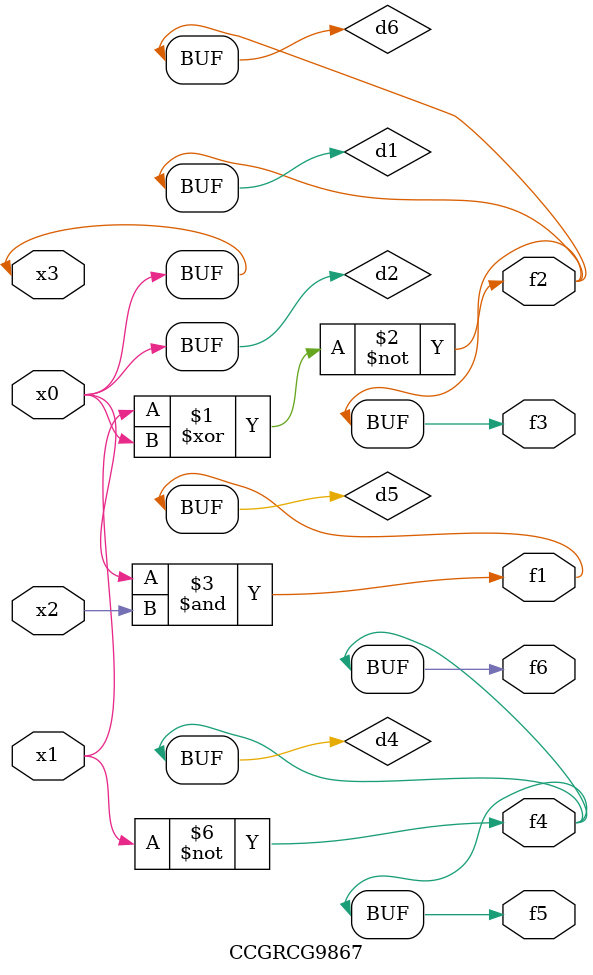
<source format=v>
module CCGRCG9867(
	input x0, x1, x2, x3,
	output f1, f2, f3, f4, f5, f6
);

	wire d1, d2, d3, d4, d5, d6;

	xnor (d1, x1, x3);
	buf (d2, x0, x3);
	nand (d3, x0, x2);
	not (d4, x1);
	nand (d5, d3);
	or (d6, d1);
	assign f1 = d5;
	assign f2 = d6;
	assign f3 = d6;
	assign f4 = d4;
	assign f5 = d4;
	assign f6 = d4;
endmodule

</source>
